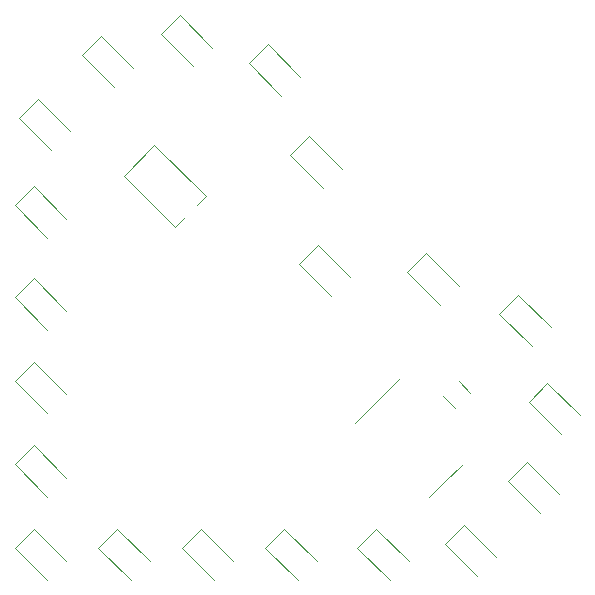
<source format=gbo>
%TF.GenerationSoftware,KiCad,Pcbnew,8.0.4*%
%TF.CreationDate,2024-08-07T01:10:06-04:00*%
%TF.ProjectId,heart-sao,68656172-742d-4736-916f-2e6b69636164,rev?*%
%TF.SameCoordinates,Original*%
%TF.FileFunction,Legend,Bot*%
%TF.FilePolarity,Positive*%
%FSLAX46Y46*%
G04 Gerber Fmt 4.6, Leading zero omitted, Abs format (unit mm)*
G04 Created by KiCad (PCBNEW 8.0.4) date 2024-08-07 01:10:06*
%MOMM*%
%LPD*%
G01*
G04 APERTURE LIST*
G04 Aperture macros list*
%AMRoundRect*
0 Rectangle with rounded corners*
0 $1 Rounding radius*
0 $2 $3 $4 $5 $6 $7 $8 $9 X,Y pos of 4 corners*
0 Add a 4 corners polygon primitive as box body*
4,1,4,$2,$3,$4,$5,$6,$7,$8,$9,$2,$3,0*
0 Add four circle primitives for the rounded corners*
1,1,$1+$1,$2,$3*
1,1,$1+$1,$4,$5*
1,1,$1+$1,$6,$7*
1,1,$1+$1,$8,$9*
0 Add four rect primitives between the rounded corners*
20,1,$1+$1,$2,$3,$4,$5,0*
20,1,$1+$1,$4,$5,$6,$7,0*
20,1,$1+$1,$6,$7,$8,$9,0*
20,1,$1+$1,$8,$9,$2,$3,0*%
%AMRotRect*
0 Rectangle, with rotation*
0 The origin of the aperture is its center*
0 $1 length*
0 $2 width*
0 $3 Rotation angle, in degrees counterclockwise*
0 Add horizontal line*
21,1,$1,$2,0,0,$3*%
G04 Aperture macros list end*
%ADD10C,0.120000*%
%ADD11RoundRect,0.250000X-0.707107X-0.176777X-0.176777X-0.707107X0.707107X0.176777X0.176777X0.707107X0*%
%ADD12RoundRect,0.250000X-0.689429X-0.229810X-0.229810X-0.689429X0.689429X0.229810X0.229810X0.689429X0*%
%ADD13RotRect,1.500000X1.500000X315.000000*%
%ADD14RoundRect,0.150000X0.477297X0.689429X-0.689429X-0.477297X-0.477297X-0.689429X0.689429X0.477297X0*%
G04 APERTURE END LIST*
D10*
%TO.C,D9*%
X139908419Y-124506954D02*
X142655529Y-127254064D01*
X138303287Y-126112086D02*
X139908419Y-124506954D01*
X141050397Y-128859196D02*
X138303287Y-126112086D01*
%TO.C,D2*%
X159000319Y-101172454D02*
X161747429Y-103919564D01*
X157395187Y-102777586D02*
X159000319Y-101172454D01*
X160142297Y-105524696D02*
X157395187Y-102777586D01*
%TO.C,D6*%
X162182319Y-124153454D02*
X164929429Y-126900564D01*
X160577187Y-125758586D02*
X162182319Y-124153454D01*
X163324297Y-128505696D02*
X160577187Y-125758586D01*
%TO.C,D17*%
X131423119Y-82787654D02*
X134170229Y-85534764D01*
X129817987Y-84392786D02*
X131423119Y-82787654D01*
X132565097Y-87139896D02*
X129817987Y-84392786D01*
%TO.C,C1*%
X161721828Y-111990261D02*
X162727690Y-112996123D01*
X160434894Y-113277195D02*
X161440756Y-114283057D01*
%TO.C,D20*%
X149100819Y-91272954D02*
X151847929Y-94020064D01*
X147495687Y-92878086D02*
X149100819Y-91272954D01*
X150242797Y-95625196D02*
X147495687Y-92878086D01*
%TO.C,D5*%
X167485619Y-118850154D02*
X170232729Y-121597264D01*
X165880487Y-120455286D02*
X167485619Y-118850154D01*
X168627597Y-123202396D02*
X165880487Y-120455286D01*
%TO.C,D19*%
X145565319Y-83494754D02*
X148312429Y-86241864D01*
X143960187Y-85099886D02*
X145565319Y-83494754D01*
X146707297Y-87846996D02*
X143960187Y-85099886D01*
%TO.C,SW1*%
X135976893Y-91987165D02*
X133360598Y-94603460D01*
X133360598Y-94603460D02*
X137688091Y-98930953D01*
X140304386Y-96314658D02*
X135976893Y-91987165D01*
X137688091Y-98930953D02*
X140304386Y-96314658D01*
%TO.C,D8*%
X146979519Y-124506954D02*
X149726629Y-127254064D01*
X145374387Y-126112086D02*
X146979519Y-124506954D01*
X148121497Y-128859196D02*
X145374387Y-126112086D01*
%TO.C,D13*%
X125766319Y-110364854D02*
X128513429Y-113111964D01*
X124161187Y-111969986D02*
X125766319Y-110364854D01*
X126908297Y-114717096D02*
X124161187Y-111969986D01*
%TO.C,D1*%
X149807919Y-100465354D02*
X152555029Y-103212464D01*
X148202787Y-102070486D02*
X149807919Y-100465354D01*
X150949897Y-104817596D02*
X148202787Y-102070486D01*
%TO.C,D14*%
X125766319Y-103293754D02*
X128513429Y-106040864D01*
X124161187Y-104898886D02*
X125766319Y-103293754D01*
X126908297Y-107645996D02*
X124161187Y-104898886D01*
%TO.C,D7*%
X154757719Y-124506954D02*
X157504829Y-127254064D01*
X153152587Y-126112086D02*
X154757719Y-124506954D01*
X155899697Y-128859196D02*
X153152587Y-126112086D01*
%TO.C,D3*%
X166778519Y-104707954D02*
X169525629Y-107455064D01*
X165173387Y-106313086D02*
X166778519Y-104707954D01*
X167920497Y-109060196D02*
X165173387Y-106313086D01*
%TO.C,D16*%
X126119819Y-88090954D02*
X128866929Y-90838064D01*
X124514687Y-89696086D02*
X126119819Y-88090954D01*
X127261797Y-92443196D02*
X124514687Y-89696086D01*
%TO.C,D18*%
X138140619Y-81019954D02*
X140887729Y-83767064D01*
X136535487Y-82625086D02*
X138140619Y-81019954D01*
X139282597Y-85372196D02*
X136535487Y-82625086D01*
%TO.C,D11*%
X125766319Y-124506954D02*
X128513429Y-127254064D01*
X124161187Y-126112086D02*
X125766319Y-124506954D01*
X126908297Y-128859196D02*
X124161187Y-126112086D01*
%TO.C,D10*%
X132837319Y-124506954D02*
X135584429Y-127254064D01*
X131232187Y-126112086D02*
X132837319Y-124506954D01*
X133979297Y-128859196D02*
X131232187Y-126112086D01*
%TO.C,D4*%
X169253319Y-112132654D02*
X172000429Y-114879764D01*
X167648187Y-113737786D02*
X169253319Y-112132654D01*
X170395297Y-116484896D02*
X167648187Y-113737786D01*
%TO.C,U1*%
X160616019Y-120484019D02*
X161994877Y-119105160D01*
X160616019Y-120484019D02*
X159237160Y-121862877D01*
X154343981Y-114211981D02*
X156783500Y-111772463D01*
X154343981Y-114211981D02*
X152965123Y-115590840D01*
%TO.C,D15*%
X125766319Y-95515554D02*
X128513429Y-98262664D01*
X124161187Y-97120686D02*
X125766319Y-95515554D01*
X126908297Y-99867796D02*
X124161187Y-97120686D01*
%TO.C,D12*%
X125766319Y-117435954D02*
X128513429Y-120183064D01*
X124161187Y-119041086D02*
X125766319Y-117435954D01*
X126908297Y-121788196D02*
X124161187Y-119041086D01*
%TD*%
%LPC*%
D11*
%TO.C,D9*%
X139731643Y-125935310D03*
X141711541Y-127915208D03*
%TD*%
%TO.C,D2*%
X158823543Y-102600810D03*
X160803441Y-104580708D03*
%TD*%
%TO.C,D6*%
X162005543Y-125581810D03*
X163985441Y-127561708D03*
%TD*%
%TO.C,D17*%
X131246343Y-84216010D03*
X133226241Y-86195908D03*
%TD*%
D12*
%TO.C,C1*%
X160538309Y-112093676D03*
X162624275Y-114179642D03*
%TD*%
D11*
%TO.C,D20*%
X148924043Y-92701310D03*
X150903941Y-94681208D03*
%TD*%
%TO.C,D5*%
X167308843Y-120278510D03*
X169288741Y-122258408D03*
%TD*%
%TO.C,D19*%
X145388543Y-84923110D03*
X147368441Y-86903008D03*
%TD*%
D13*
%TO.C,SW1*%
X134074776Y-92701343D03*
X139590208Y-98216775D03*
%TD*%
D11*
%TO.C,D8*%
X146802743Y-125935310D03*
X148782641Y-127915208D03*
%TD*%
%TO.C,D13*%
X125589543Y-111793210D03*
X127569441Y-113773108D03*
%TD*%
%TO.C,D1*%
X149631143Y-101893710D03*
X151611041Y-103873608D03*
%TD*%
%TO.C,D14*%
X125589543Y-104722110D03*
X127569441Y-106702008D03*
%TD*%
%TO.C,D7*%
X154580943Y-125935310D03*
X156560841Y-127915208D03*
%TD*%
%TO.C,D3*%
X166601743Y-106136310D03*
X168581641Y-108116208D03*
%TD*%
%TO.C,D16*%
X125943043Y-89519310D03*
X127922941Y-91499208D03*
%TD*%
%TO.C,D18*%
X137963843Y-82448310D03*
X139943741Y-84428208D03*
%TD*%
%TO.C,D11*%
X125589543Y-125935310D03*
X127569441Y-127915208D03*
%TD*%
%TO.C,D10*%
X132660543Y-125935310D03*
X134640441Y-127915208D03*
%TD*%
%TO.C,D4*%
X169076543Y-113561010D03*
X171056441Y-115540908D03*
%TD*%
D14*
%TO.C,U1*%
X156536012Y-112903834D03*
X157434038Y-113801859D03*
X158332064Y-114699885D03*
X159230089Y-115597911D03*
X160128115Y-116495936D03*
X161026141Y-117393962D03*
X161924166Y-118291988D03*
X158423988Y-121792166D03*
X157525962Y-120894141D03*
X156627936Y-119996115D03*
X155729911Y-119098089D03*
X154831885Y-118200064D03*
X153933859Y-117302038D03*
X153035834Y-116404012D03*
%TD*%
D11*
%TO.C,D15*%
X125589543Y-96943910D03*
X127569441Y-98923808D03*
%TD*%
%TO.C,D12*%
X125589543Y-118864310D03*
X127569441Y-120844208D03*
%TD*%
%LPD*%
M02*

</source>
